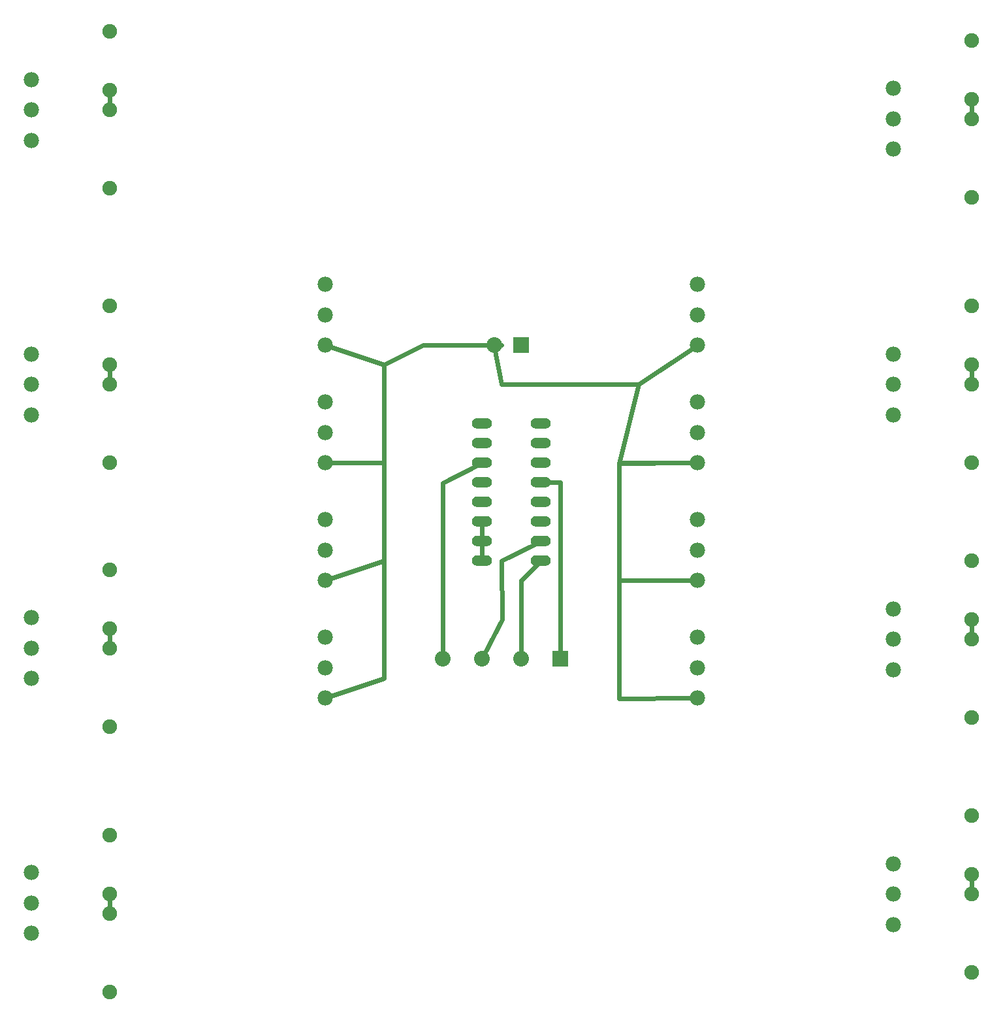
<source format=gbl>
G04 MADE WITH FRITZING*
G04 WWW.FRITZING.ORG*
G04 DOUBLE SIDED*
G04 HOLES PLATED*
G04 CONTOUR ON CENTER OF CONTOUR VECTOR*
%ASAXBY*%
%FSLAX23Y23*%
%MOIN*%
%OFA0B0*%
%SFA1.0B1.0*%
%ADD10C,0.075000*%
%ADD11C,0.078000*%
%ADD12C,0.052000*%
%ADD13C,0.080000*%
%ADD14R,0.080000X0.080000*%
%ADD15C,0.024000*%
%ADD16R,0.001000X0.001000*%
%LNCOPPER0*%
G90*
G70*
G54D10*
X5378Y435D03*
X5378Y835D03*
X5378Y3035D03*
X5378Y3435D03*
X5378Y4391D03*
X5378Y4791D03*
X5378Y1735D03*
X5378Y2135D03*
X978Y3035D03*
X978Y3435D03*
X978Y4435D03*
X978Y4835D03*
X978Y1691D03*
X978Y2091D03*
X978Y335D03*
X978Y735D03*
X5378Y3535D03*
X5378Y3835D03*
X5378Y2235D03*
X5378Y2535D03*
X5378Y935D03*
X5378Y1235D03*
X5378Y4891D03*
X5378Y5191D03*
X978Y2191D03*
X978Y2491D03*
X978Y3535D03*
X978Y3835D03*
X978Y4935D03*
X978Y5235D03*
X978Y835D03*
X978Y1135D03*
G54D11*
X4978Y3591D03*
X4978Y3435D03*
X4978Y3279D03*
X4978Y2291D03*
X4978Y2135D03*
X4978Y1979D03*
X4978Y991D03*
X4978Y835D03*
X4978Y679D03*
X4978Y4947D03*
X4978Y4791D03*
X4978Y4635D03*
X578Y3591D03*
X578Y3435D03*
X578Y3279D03*
X578Y2247D03*
X578Y2091D03*
X578Y1935D03*
X578Y947D03*
X578Y791D03*
X578Y635D03*
X578Y4991D03*
X578Y4835D03*
X578Y4679D03*
G54D12*
X2878Y3235D03*
X2878Y3135D03*
X2878Y3035D03*
X2878Y2935D03*
X2878Y2835D03*
X2878Y2735D03*
X2878Y2635D03*
X2878Y2535D03*
X3178Y2535D03*
X3178Y2635D03*
X3178Y2735D03*
X3178Y2835D03*
X3178Y2935D03*
X3178Y3035D03*
X3178Y3135D03*
X3178Y3235D03*
G54D11*
X2078Y3947D03*
X2078Y3791D03*
X2078Y3635D03*
X2078Y3347D03*
X2078Y3191D03*
X2078Y3035D03*
X2078Y2747D03*
X2078Y2591D03*
X2078Y2435D03*
X2078Y2147D03*
X2078Y1991D03*
X2078Y1835D03*
X3978Y2147D03*
X3978Y1991D03*
X3978Y1835D03*
X3978Y2747D03*
X3978Y2591D03*
X3978Y2435D03*
X3978Y3347D03*
X3978Y3191D03*
X3978Y3035D03*
X3978Y3947D03*
X3978Y3791D03*
X3978Y3635D03*
G54D13*
X3078Y3635D03*
X2940Y3635D03*
X3078Y2035D03*
X2878Y2035D03*
X2678Y2035D03*
X3278Y2035D03*
G54D14*
X3078Y3635D03*
X3278Y2035D03*
G54D15*
X2376Y3537D02*
X2376Y3035D01*
D02*
X2376Y3035D02*
X2108Y3035D01*
D02*
X2106Y3626D02*
X2376Y3537D01*
D02*
X2376Y2537D02*
X2377Y1937D01*
D02*
X2377Y1937D02*
X2106Y1845D01*
D02*
X2106Y2445D02*
X2376Y2537D01*
D02*
X2376Y3035D02*
X2376Y2537D01*
D02*
X2376Y2537D02*
X2106Y2445D01*
D02*
X2108Y3035D02*
X2376Y3035D01*
D02*
X3576Y3035D02*
X3577Y2435D01*
D02*
X3577Y2435D02*
X3948Y2435D01*
D02*
X3948Y3035D02*
X3576Y3035D01*
D02*
X3577Y2435D02*
X3577Y1833D01*
D02*
X3577Y1833D02*
X3948Y1835D01*
D02*
X3948Y2435D02*
X3577Y2435D01*
D02*
X3678Y3435D02*
X3577Y3033D01*
D02*
X3577Y3033D02*
X3948Y3035D01*
D02*
X3953Y3619D02*
X3678Y3435D01*
D02*
X3678Y3435D02*
X3953Y3619D01*
D02*
X2976Y3435D02*
X3678Y3435D01*
D02*
X2945Y3605D02*
X2976Y3435D01*
D02*
X2976Y2537D02*
X3153Y2624D01*
D02*
X2892Y2063D02*
X2979Y2238D01*
D02*
X2979Y2238D02*
X2976Y2537D01*
D02*
X3278Y2937D02*
X3205Y2936D01*
D02*
X3278Y2066D02*
X3278Y2937D01*
D02*
X3078Y2435D02*
X3159Y2516D01*
D02*
X3078Y2066D02*
X3078Y2435D01*
D02*
X2678Y2934D02*
X2854Y3023D01*
D02*
X2678Y2066D02*
X2678Y2934D01*
D02*
X2576Y3635D02*
X2376Y3537D01*
D02*
X2376Y3537D02*
X2106Y3626D01*
D02*
X2909Y3635D02*
X2576Y3635D01*
D02*
X2878Y2608D02*
X2878Y2562D01*
D02*
X2878Y2708D02*
X2878Y2662D01*
D02*
X2578Y3636D02*
X2977Y3636D01*
D02*
X2378Y3535D02*
X2578Y3636D01*
D02*
X2378Y3034D02*
X2378Y3535D01*
D02*
X2378Y2537D02*
X2378Y3034D01*
D02*
X2106Y2445D02*
X2378Y2537D01*
D02*
X978Y3464D02*
X978Y3507D01*
D02*
X5378Y3464D02*
X5378Y3507D01*
D02*
X5378Y2164D02*
X5378Y2207D01*
D02*
X5378Y4820D02*
X5378Y4863D01*
D02*
X978Y4864D02*
X978Y4907D01*
D02*
X978Y764D02*
X978Y807D01*
D02*
X978Y2120D02*
X978Y2163D01*
D02*
X5378Y864D02*
X5378Y907D01*
G54D16*
X2846Y3262D02*
X2908Y3262D01*
X3146Y3262D02*
X3208Y3262D01*
X2843Y3261D02*
X2911Y3261D01*
X3143Y3261D02*
X3211Y3261D01*
X2840Y3260D02*
X2914Y3260D01*
X3140Y3260D02*
X3214Y3260D01*
X2839Y3259D02*
X2915Y3259D01*
X3138Y3259D02*
X3215Y3259D01*
X2837Y3258D02*
X2917Y3258D01*
X3137Y3258D02*
X3217Y3258D01*
X2836Y3257D02*
X2918Y3257D01*
X3136Y3257D02*
X3218Y3257D01*
X2834Y3256D02*
X2920Y3256D01*
X3134Y3256D02*
X3220Y3256D01*
X2833Y3255D02*
X2921Y3255D01*
X3133Y3255D02*
X3221Y3255D01*
X2832Y3254D02*
X2922Y3254D01*
X3132Y3254D02*
X3222Y3254D01*
X2831Y3253D02*
X2923Y3253D01*
X3131Y3253D02*
X3222Y3253D01*
X2831Y3252D02*
X2872Y3252D01*
X2882Y3252D02*
X2923Y3252D01*
X3131Y3252D02*
X3172Y3252D01*
X3182Y3252D02*
X3223Y3252D01*
X2830Y3251D02*
X2870Y3251D01*
X2884Y3251D02*
X2924Y3251D01*
X3130Y3251D02*
X3170Y3251D01*
X3184Y3251D02*
X3224Y3251D01*
X2829Y3250D02*
X2868Y3250D01*
X2886Y3250D02*
X2925Y3250D01*
X3129Y3250D02*
X3168Y3250D01*
X3186Y3250D02*
X3225Y3250D01*
X2829Y3249D02*
X2867Y3249D01*
X2887Y3249D02*
X2925Y3249D01*
X3129Y3249D02*
X3166Y3249D01*
X3187Y3249D02*
X3225Y3249D01*
X2828Y3248D02*
X2865Y3248D01*
X2889Y3248D02*
X2926Y3248D01*
X3128Y3248D02*
X3165Y3248D01*
X3189Y3248D02*
X3226Y3248D01*
X2828Y3247D02*
X2864Y3247D01*
X2890Y3247D02*
X2926Y3247D01*
X3128Y3247D02*
X3164Y3247D01*
X3190Y3247D02*
X3226Y3247D01*
X2827Y3246D02*
X2864Y3246D01*
X2890Y3246D02*
X2927Y3246D01*
X3127Y3246D02*
X3164Y3246D01*
X3190Y3246D02*
X3227Y3246D01*
X2827Y3245D02*
X2863Y3245D01*
X2891Y3245D02*
X2927Y3245D01*
X3127Y3245D02*
X3163Y3245D01*
X3191Y3245D02*
X3227Y3245D01*
X2827Y3244D02*
X2862Y3244D01*
X2892Y3244D02*
X2927Y3244D01*
X3127Y3244D02*
X3162Y3244D01*
X3192Y3244D02*
X3227Y3244D01*
X2826Y3243D02*
X2862Y3243D01*
X2892Y3243D02*
X2928Y3243D01*
X3126Y3243D02*
X3162Y3243D01*
X3192Y3243D02*
X3228Y3243D01*
X2826Y3242D02*
X2862Y3242D01*
X2892Y3242D02*
X2928Y3242D01*
X3126Y3242D02*
X3161Y3242D01*
X3192Y3242D02*
X3228Y3242D01*
X2826Y3241D02*
X2861Y3241D01*
X2893Y3241D02*
X2928Y3241D01*
X3126Y3241D02*
X3161Y3241D01*
X3193Y3241D02*
X3228Y3241D01*
X2826Y3240D02*
X2861Y3240D01*
X2893Y3240D02*
X2928Y3240D01*
X3126Y3240D02*
X3161Y3240D01*
X3193Y3240D02*
X3228Y3240D01*
X2826Y3239D02*
X2861Y3239D01*
X2893Y3239D02*
X2928Y3239D01*
X3126Y3239D02*
X3161Y3239D01*
X3193Y3239D02*
X3228Y3239D01*
X2826Y3238D02*
X2861Y3238D01*
X2893Y3238D02*
X2928Y3238D01*
X3126Y3238D02*
X3161Y3238D01*
X3193Y3238D02*
X3228Y3238D01*
X2826Y3237D02*
X2861Y3237D01*
X2893Y3237D02*
X2928Y3237D01*
X3125Y3237D02*
X3161Y3237D01*
X3193Y3237D02*
X3228Y3237D01*
X2826Y3236D02*
X2861Y3236D01*
X2893Y3236D02*
X2928Y3236D01*
X3126Y3236D02*
X3161Y3236D01*
X3193Y3236D02*
X3228Y3236D01*
X2826Y3235D02*
X2861Y3235D01*
X2893Y3235D02*
X2928Y3235D01*
X3126Y3235D02*
X3161Y3235D01*
X3193Y3235D02*
X3228Y3235D01*
X2826Y3234D02*
X2861Y3234D01*
X2893Y3234D02*
X2928Y3234D01*
X3126Y3234D02*
X3161Y3234D01*
X3193Y3234D02*
X3228Y3234D01*
X2826Y3233D02*
X2861Y3233D01*
X2893Y3233D02*
X2928Y3233D01*
X3126Y3233D02*
X3161Y3233D01*
X3193Y3233D02*
X3228Y3233D01*
X2826Y3232D02*
X2861Y3232D01*
X2893Y3232D02*
X2928Y3232D01*
X3126Y3232D02*
X3161Y3232D01*
X3193Y3232D02*
X3228Y3232D01*
X2826Y3231D02*
X2862Y3231D01*
X2892Y3231D02*
X2928Y3231D01*
X3126Y3231D02*
X3162Y3231D01*
X3192Y3231D02*
X3228Y3231D01*
X2826Y3230D02*
X2862Y3230D01*
X2892Y3230D02*
X2928Y3230D01*
X3126Y3230D02*
X3162Y3230D01*
X3192Y3230D02*
X3228Y3230D01*
X2827Y3229D02*
X2863Y3229D01*
X2891Y3229D02*
X2927Y3229D01*
X3127Y3229D02*
X3162Y3229D01*
X3191Y3229D02*
X3227Y3229D01*
X2827Y3228D02*
X2863Y3228D01*
X2891Y3228D02*
X2927Y3228D01*
X3127Y3228D02*
X3163Y3228D01*
X3191Y3228D02*
X3227Y3228D01*
X2827Y3227D02*
X2864Y3227D01*
X2890Y3227D02*
X2927Y3227D01*
X3127Y3227D02*
X3164Y3227D01*
X3190Y3227D02*
X3227Y3227D01*
X2828Y3226D02*
X2865Y3226D01*
X2889Y3226D02*
X2926Y3226D01*
X3128Y3226D02*
X3165Y3226D01*
X3189Y3226D02*
X3226Y3226D01*
X2828Y3225D02*
X2866Y3225D01*
X2888Y3225D02*
X2926Y3225D01*
X3128Y3225D02*
X3166Y3225D01*
X3188Y3225D02*
X3226Y3225D01*
X2829Y3224D02*
X2867Y3224D01*
X2887Y3224D02*
X2925Y3224D01*
X3129Y3224D02*
X3167Y3224D01*
X3187Y3224D02*
X3225Y3224D01*
X2829Y3223D02*
X2868Y3223D01*
X2886Y3223D02*
X2925Y3223D01*
X3129Y3223D02*
X3168Y3223D01*
X3186Y3223D02*
X3225Y3223D01*
X2830Y3222D02*
X2870Y3222D01*
X2884Y3222D02*
X2924Y3222D01*
X3130Y3222D02*
X3170Y3222D01*
X3184Y3222D02*
X3224Y3222D01*
X2831Y3221D02*
X2873Y3221D01*
X2881Y3221D02*
X2923Y3221D01*
X3131Y3221D02*
X3173Y3221D01*
X3181Y3221D02*
X3223Y3221D01*
X2832Y3220D02*
X2922Y3220D01*
X3132Y3220D02*
X3222Y3220D01*
X2832Y3219D02*
X2922Y3219D01*
X3132Y3219D02*
X3222Y3219D01*
X2833Y3218D02*
X2921Y3218D01*
X3133Y3218D02*
X3221Y3218D01*
X2835Y3217D02*
X2919Y3217D01*
X3135Y3217D02*
X3219Y3217D01*
X2836Y3216D02*
X2918Y3216D01*
X3136Y3216D02*
X3218Y3216D01*
X2837Y3215D02*
X2917Y3215D01*
X3137Y3215D02*
X3217Y3215D01*
X2839Y3214D02*
X2915Y3214D01*
X3139Y3214D02*
X3215Y3214D01*
X2841Y3213D02*
X2913Y3213D01*
X3141Y3213D02*
X3213Y3213D01*
X2843Y3212D02*
X2911Y3212D01*
X3143Y3212D02*
X3211Y3212D01*
X2847Y3211D02*
X2907Y3211D01*
X3147Y3211D02*
X3207Y3211D01*
X2846Y3162D02*
X2908Y3162D01*
X3146Y3162D02*
X3208Y3162D01*
X2843Y3161D02*
X2911Y3161D01*
X3143Y3161D02*
X3211Y3161D01*
X2840Y3160D02*
X2914Y3160D01*
X3140Y3160D02*
X3214Y3160D01*
X2838Y3159D02*
X2916Y3159D01*
X3138Y3159D02*
X3215Y3159D01*
X2837Y3158D02*
X2917Y3158D01*
X3137Y3158D02*
X3217Y3158D01*
X2836Y3157D02*
X2918Y3157D01*
X3136Y3157D02*
X3218Y3157D01*
X2834Y3156D02*
X2920Y3156D01*
X3134Y3156D02*
X3220Y3156D01*
X2833Y3155D02*
X2921Y3155D01*
X3133Y3155D02*
X3221Y3155D01*
X2832Y3154D02*
X2922Y3154D01*
X3132Y3154D02*
X3222Y3154D01*
X2831Y3153D02*
X2923Y3153D01*
X3131Y3153D02*
X3223Y3153D01*
X2831Y3152D02*
X2872Y3152D01*
X2882Y3152D02*
X2923Y3152D01*
X3131Y3152D02*
X3172Y3152D01*
X3182Y3152D02*
X3223Y3152D01*
X2830Y3151D02*
X2870Y3151D01*
X2884Y3151D02*
X2924Y3151D01*
X3130Y3151D02*
X3170Y3151D01*
X3184Y3151D02*
X3224Y3151D01*
X2829Y3150D02*
X2868Y3150D01*
X2886Y3150D02*
X2925Y3150D01*
X3129Y3150D02*
X3168Y3150D01*
X3186Y3150D02*
X3225Y3150D01*
X2829Y3149D02*
X2866Y3149D01*
X2888Y3149D02*
X2925Y3149D01*
X3129Y3149D02*
X3166Y3149D01*
X3187Y3149D02*
X3225Y3149D01*
X2828Y3148D02*
X2865Y3148D01*
X2889Y3148D02*
X2926Y3148D01*
X3128Y3148D02*
X3165Y3148D01*
X3189Y3148D02*
X3226Y3148D01*
X2828Y3147D02*
X2864Y3147D01*
X2890Y3147D02*
X2926Y3147D01*
X3128Y3147D02*
X3164Y3147D01*
X3190Y3147D02*
X3226Y3147D01*
X2827Y3146D02*
X2864Y3146D01*
X2890Y3146D02*
X2927Y3146D01*
X3127Y3146D02*
X3164Y3146D01*
X3190Y3146D02*
X3227Y3146D01*
X2827Y3145D02*
X2863Y3145D01*
X2891Y3145D02*
X2927Y3145D01*
X3127Y3145D02*
X3163Y3145D01*
X3191Y3145D02*
X3227Y3145D01*
X2827Y3144D02*
X2862Y3144D01*
X2892Y3144D02*
X2927Y3144D01*
X3127Y3144D02*
X3162Y3144D01*
X3192Y3144D02*
X3227Y3144D01*
X2826Y3143D02*
X2862Y3143D01*
X2892Y3143D02*
X2928Y3143D01*
X3126Y3143D02*
X3162Y3143D01*
X3192Y3143D02*
X3228Y3143D01*
X2826Y3142D02*
X2862Y3142D01*
X2893Y3142D02*
X2928Y3142D01*
X3126Y3142D02*
X3161Y3142D01*
X3192Y3142D02*
X3228Y3142D01*
X2826Y3141D02*
X2861Y3141D01*
X2893Y3141D02*
X2928Y3141D01*
X3126Y3141D02*
X3161Y3141D01*
X3193Y3141D02*
X3228Y3141D01*
X2826Y3140D02*
X2861Y3140D01*
X2893Y3140D02*
X2928Y3140D01*
X3126Y3140D02*
X3161Y3140D01*
X3193Y3140D02*
X3228Y3140D01*
X2826Y3139D02*
X2861Y3139D01*
X2893Y3139D02*
X2928Y3139D01*
X3126Y3139D02*
X3161Y3139D01*
X3193Y3139D02*
X3228Y3139D01*
X2826Y3138D02*
X2861Y3138D01*
X2893Y3138D02*
X2928Y3138D01*
X3126Y3138D02*
X3161Y3138D01*
X3193Y3138D02*
X3228Y3138D01*
X2826Y3137D02*
X2861Y3137D01*
X2893Y3137D02*
X2928Y3137D01*
X3125Y3137D02*
X3161Y3137D01*
X3193Y3137D02*
X3228Y3137D01*
X2826Y3136D02*
X2861Y3136D01*
X2893Y3136D02*
X2928Y3136D01*
X3126Y3136D02*
X3161Y3136D01*
X3193Y3136D02*
X3228Y3136D01*
X2826Y3135D02*
X2861Y3135D01*
X2893Y3135D02*
X2928Y3135D01*
X3126Y3135D02*
X3161Y3135D01*
X3193Y3135D02*
X3228Y3135D01*
X2826Y3134D02*
X2861Y3134D01*
X2893Y3134D02*
X2928Y3134D01*
X3126Y3134D02*
X3161Y3134D01*
X3193Y3134D02*
X3228Y3134D01*
X2826Y3133D02*
X2861Y3133D01*
X2893Y3133D02*
X2928Y3133D01*
X3126Y3133D02*
X3161Y3133D01*
X3193Y3133D02*
X3228Y3133D01*
X2826Y3132D02*
X2861Y3132D01*
X2893Y3132D02*
X2928Y3132D01*
X3126Y3132D02*
X3161Y3132D01*
X3193Y3132D02*
X3228Y3132D01*
X2826Y3131D02*
X2862Y3131D01*
X2892Y3131D02*
X2928Y3131D01*
X3126Y3131D02*
X3162Y3131D01*
X3192Y3131D02*
X3228Y3131D01*
X2826Y3130D02*
X2862Y3130D01*
X2892Y3130D02*
X2928Y3130D01*
X3126Y3130D02*
X3162Y3130D01*
X3192Y3130D02*
X3228Y3130D01*
X2827Y3129D02*
X2863Y3129D01*
X2891Y3129D02*
X2927Y3129D01*
X3127Y3129D02*
X3162Y3129D01*
X3191Y3129D02*
X3227Y3129D01*
X2827Y3128D02*
X2863Y3128D01*
X2891Y3128D02*
X2927Y3128D01*
X3127Y3128D02*
X3163Y3128D01*
X3191Y3128D02*
X3227Y3128D01*
X2827Y3127D02*
X2864Y3127D01*
X2890Y3127D02*
X2927Y3127D01*
X3127Y3127D02*
X3164Y3127D01*
X3190Y3127D02*
X3227Y3127D01*
X2828Y3126D02*
X2865Y3126D01*
X2889Y3126D02*
X2926Y3126D01*
X3128Y3126D02*
X3165Y3126D01*
X3189Y3126D02*
X3226Y3126D01*
X2828Y3125D02*
X2866Y3125D01*
X2888Y3125D02*
X2926Y3125D01*
X3128Y3125D02*
X3166Y3125D01*
X3188Y3125D02*
X3226Y3125D01*
X2829Y3124D02*
X2867Y3124D01*
X2887Y3124D02*
X2925Y3124D01*
X3129Y3124D02*
X3167Y3124D01*
X3187Y3124D02*
X3225Y3124D01*
X2829Y3123D02*
X2868Y3123D01*
X2886Y3123D02*
X2925Y3123D01*
X3129Y3123D02*
X3168Y3123D01*
X3186Y3123D02*
X3225Y3123D01*
X2830Y3122D02*
X2870Y3122D01*
X2884Y3122D02*
X2924Y3122D01*
X3130Y3122D02*
X3170Y3122D01*
X3184Y3122D02*
X3224Y3122D01*
X2831Y3121D02*
X2873Y3121D01*
X2881Y3121D02*
X2923Y3121D01*
X3131Y3121D02*
X3173Y3121D01*
X3181Y3121D02*
X3223Y3121D01*
X2832Y3120D02*
X2922Y3120D01*
X3132Y3120D02*
X3222Y3120D01*
X2832Y3119D02*
X2922Y3119D01*
X3132Y3119D02*
X3222Y3119D01*
X2833Y3118D02*
X2921Y3118D01*
X3133Y3118D02*
X3221Y3118D01*
X2835Y3117D02*
X2919Y3117D01*
X3135Y3117D02*
X3219Y3117D01*
X2836Y3116D02*
X2918Y3116D01*
X3136Y3116D02*
X3218Y3116D01*
X2837Y3115D02*
X2917Y3115D01*
X3137Y3115D02*
X3217Y3115D01*
X2839Y3114D02*
X2915Y3114D01*
X3139Y3114D02*
X3215Y3114D01*
X2841Y3113D02*
X2913Y3113D01*
X3141Y3113D02*
X3213Y3113D01*
X2843Y3112D02*
X2911Y3112D01*
X3143Y3112D02*
X3211Y3112D01*
X2847Y3111D02*
X2907Y3111D01*
X3147Y3111D02*
X3207Y3111D01*
X2846Y3062D02*
X2908Y3062D01*
X3146Y3062D02*
X3208Y3062D01*
X2843Y3061D02*
X2911Y3061D01*
X3142Y3061D02*
X3211Y3061D01*
X2840Y3060D02*
X2914Y3060D01*
X3140Y3060D02*
X3214Y3060D01*
X2838Y3059D02*
X2916Y3059D01*
X3138Y3059D02*
X3216Y3059D01*
X2837Y3058D02*
X2917Y3058D01*
X3137Y3058D02*
X3217Y3058D01*
X2836Y3057D02*
X2918Y3057D01*
X3136Y3057D02*
X3218Y3057D01*
X2834Y3056D02*
X2920Y3056D01*
X3134Y3056D02*
X3220Y3056D01*
X2833Y3055D02*
X2921Y3055D01*
X3133Y3055D02*
X3221Y3055D01*
X2832Y3054D02*
X2922Y3054D01*
X3132Y3054D02*
X3222Y3054D01*
X2831Y3053D02*
X2923Y3053D01*
X3131Y3053D02*
X3223Y3053D01*
X2831Y3052D02*
X2872Y3052D01*
X2882Y3052D02*
X2923Y3052D01*
X3131Y3052D02*
X3172Y3052D01*
X3182Y3052D02*
X3223Y3052D01*
X2830Y3051D02*
X2870Y3051D01*
X2884Y3051D02*
X2924Y3051D01*
X3130Y3051D02*
X3170Y3051D01*
X3184Y3051D02*
X3224Y3051D01*
X2829Y3050D02*
X2868Y3050D01*
X2886Y3050D02*
X2925Y3050D01*
X3129Y3050D02*
X3168Y3050D01*
X3186Y3050D02*
X3225Y3050D01*
X2829Y3049D02*
X2866Y3049D01*
X2888Y3049D02*
X2925Y3049D01*
X3129Y3049D02*
X3166Y3049D01*
X3187Y3049D02*
X3225Y3049D01*
X2828Y3048D02*
X2865Y3048D01*
X2889Y3048D02*
X2926Y3048D01*
X3128Y3048D02*
X3165Y3048D01*
X3189Y3048D02*
X3226Y3048D01*
X2828Y3047D02*
X2864Y3047D01*
X2890Y3047D02*
X2926Y3047D01*
X3128Y3047D02*
X3164Y3047D01*
X3190Y3047D02*
X3226Y3047D01*
X2827Y3046D02*
X2864Y3046D01*
X2890Y3046D02*
X2927Y3046D01*
X3127Y3046D02*
X3164Y3046D01*
X3190Y3046D02*
X3227Y3046D01*
X2827Y3045D02*
X2863Y3045D01*
X2891Y3045D02*
X2927Y3045D01*
X3127Y3045D02*
X3163Y3045D01*
X3191Y3045D02*
X3227Y3045D01*
X2827Y3044D02*
X2862Y3044D01*
X2892Y3044D02*
X2927Y3044D01*
X3127Y3044D02*
X3162Y3044D01*
X3192Y3044D02*
X3227Y3044D01*
X2826Y3043D02*
X2862Y3043D01*
X2892Y3043D02*
X2928Y3043D01*
X3126Y3043D02*
X3162Y3043D01*
X3192Y3043D02*
X3228Y3043D01*
X2826Y3042D02*
X2862Y3042D01*
X2893Y3042D02*
X2928Y3042D01*
X3126Y3042D02*
X3161Y3042D01*
X3192Y3042D02*
X3228Y3042D01*
X2826Y3041D02*
X2861Y3041D01*
X2893Y3041D02*
X2928Y3041D01*
X3126Y3041D02*
X3161Y3041D01*
X3193Y3041D02*
X3228Y3041D01*
X2826Y3040D02*
X2861Y3040D01*
X2893Y3040D02*
X2928Y3040D01*
X3126Y3040D02*
X3161Y3040D01*
X3193Y3040D02*
X3228Y3040D01*
X2826Y3039D02*
X2861Y3039D01*
X2893Y3039D02*
X2928Y3039D01*
X3126Y3039D02*
X3161Y3039D01*
X3193Y3039D02*
X3228Y3039D01*
X2826Y3038D02*
X2861Y3038D01*
X2893Y3038D02*
X2928Y3038D01*
X3126Y3038D02*
X3161Y3038D01*
X3193Y3038D02*
X3228Y3038D01*
X2826Y3037D02*
X2861Y3037D01*
X2893Y3037D02*
X2928Y3037D01*
X3125Y3037D02*
X3161Y3037D01*
X3193Y3037D02*
X3228Y3037D01*
X2826Y3036D02*
X2861Y3036D01*
X2893Y3036D02*
X2928Y3036D01*
X3126Y3036D02*
X3161Y3036D01*
X3193Y3036D02*
X3228Y3036D01*
X2826Y3035D02*
X2861Y3035D01*
X2893Y3035D02*
X2928Y3035D01*
X3126Y3035D02*
X3161Y3035D01*
X3193Y3035D02*
X3228Y3035D01*
X2826Y3034D02*
X2861Y3034D01*
X2893Y3034D02*
X2928Y3034D01*
X3126Y3034D02*
X3161Y3034D01*
X3193Y3034D02*
X3228Y3034D01*
X2826Y3033D02*
X2861Y3033D01*
X2893Y3033D02*
X2928Y3033D01*
X3126Y3033D02*
X3161Y3033D01*
X3193Y3033D02*
X3228Y3033D01*
X2826Y3032D02*
X2861Y3032D01*
X2893Y3032D02*
X2928Y3032D01*
X3126Y3032D02*
X3161Y3032D01*
X3193Y3032D02*
X3228Y3032D01*
X2826Y3031D02*
X2862Y3031D01*
X2892Y3031D02*
X2928Y3031D01*
X3126Y3031D02*
X3162Y3031D01*
X3192Y3031D02*
X3228Y3031D01*
X2826Y3030D02*
X2862Y3030D01*
X2892Y3030D02*
X2928Y3030D01*
X3126Y3030D02*
X3162Y3030D01*
X3192Y3030D02*
X3228Y3030D01*
X2827Y3029D02*
X2863Y3029D01*
X2891Y3029D02*
X2927Y3029D01*
X3127Y3029D02*
X3162Y3029D01*
X3191Y3029D02*
X3227Y3029D01*
X2827Y3028D02*
X2863Y3028D01*
X2891Y3028D02*
X2927Y3028D01*
X3127Y3028D02*
X3163Y3028D01*
X3191Y3028D02*
X3227Y3028D01*
X2827Y3027D02*
X2864Y3027D01*
X2890Y3027D02*
X2927Y3027D01*
X3127Y3027D02*
X3164Y3027D01*
X3190Y3027D02*
X3227Y3027D01*
X2828Y3026D02*
X2865Y3026D01*
X2889Y3026D02*
X2926Y3026D01*
X3128Y3026D02*
X3165Y3026D01*
X3189Y3026D02*
X3226Y3026D01*
X2828Y3025D02*
X2866Y3025D01*
X2888Y3025D02*
X2926Y3025D01*
X3128Y3025D02*
X3166Y3025D01*
X3188Y3025D02*
X3226Y3025D01*
X2829Y3024D02*
X2867Y3024D01*
X2887Y3024D02*
X2925Y3024D01*
X3129Y3024D02*
X3167Y3024D01*
X3187Y3024D02*
X3225Y3024D01*
X2829Y3023D02*
X2868Y3023D01*
X2886Y3023D02*
X2925Y3023D01*
X3129Y3023D02*
X3168Y3023D01*
X3186Y3023D02*
X3225Y3023D01*
X2830Y3022D02*
X2870Y3022D01*
X2884Y3022D02*
X2924Y3022D01*
X3130Y3022D02*
X3170Y3022D01*
X3184Y3022D02*
X3224Y3022D01*
X2831Y3021D02*
X2873Y3021D01*
X2881Y3021D02*
X2923Y3021D01*
X3131Y3021D02*
X3173Y3021D01*
X3181Y3021D02*
X3223Y3021D01*
X2832Y3020D02*
X2922Y3020D01*
X3132Y3020D02*
X3222Y3020D01*
X2832Y3019D02*
X2922Y3019D01*
X3132Y3019D02*
X3221Y3019D01*
X2833Y3018D02*
X2921Y3018D01*
X3133Y3018D02*
X3221Y3018D01*
X2835Y3017D02*
X2919Y3017D01*
X3135Y3017D02*
X3219Y3017D01*
X2836Y3016D02*
X2918Y3016D01*
X3136Y3016D02*
X3218Y3016D01*
X2837Y3015D02*
X2917Y3015D01*
X3137Y3015D02*
X3217Y3015D01*
X2839Y3014D02*
X2915Y3014D01*
X3139Y3014D02*
X3215Y3014D01*
X2841Y3013D02*
X2913Y3013D01*
X3141Y3013D02*
X3213Y3013D01*
X2843Y3012D02*
X2911Y3012D01*
X3143Y3012D02*
X3211Y3012D01*
X2847Y3011D02*
X2907Y3011D01*
X3147Y3011D02*
X3207Y3011D01*
X2846Y2962D02*
X2908Y2962D01*
X3146Y2962D02*
X3208Y2962D01*
X2843Y2961D02*
X2911Y2961D01*
X3142Y2961D02*
X3211Y2961D01*
X2840Y2960D02*
X2914Y2960D01*
X3140Y2960D02*
X3214Y2960D01*
X2838Y2959D02*
X2916Y2959D01*
X3138Y2959D02*
X3216Y2959D01*
X2837Y2958D02*
X2917Y2958D01*
X3137Y2958D02*
X3217Y2958D01*
X2836Y2957D02*
X2918Y2957D01*
X3135Y2957D02*
X3218Y2957D01*
X2834Y2956D02*
X2920Y2956D01*
X3134Y2956D02*
X3220Y2956D01*
X2833Y2955D02*
X2921Y2955D01*
X3133Y2955D02*
X3221Y2955D01*
X2832Y2954D02*
X2922Y2954D01*
X3132Y2954D02*
X3222Y2954D01*
X2831Y2953D02*
X2923Y2953D01*
X3131Y2953D02*
X3223Y2953D01*
X2831Y2952D02*
X2872Y2952D01*
X2882Y2952D02*
X2923Y2952D01*
X3131Y2952D02*
X3172Y2952D01*
X3182Y2952D02*
X3223Y2952D01*
X2830Y2951D02*
X2870Y2951D01*
X2884Y2951D02*
X2924Y2951D01*
X3130Y2951D02*
X3170Y2951D01*
X3184Y2951D02*
X3224Y2951D01*
X2829Y2950D02*
X2868Y2950D01*
X2886Y2950D02*
X2925Y2950D01*
X3129Y2950D02*
X3168Y2950D01*
X3186Y2950D02*
X3225Y2950D01*
X2829Y2949D02*
X2866Y2949D01*
X2888Y2949D02*
X2925Y2949D01*
X3129Y2949D02*
X3166Y2949D01*
X3187Y2949D02*
X3225Y2949D01*
X2828Y2948D02*
X2865Y2948D01*
X2889Y2948D02*
X2926Y2948D01*
X3128Y2948D02*
X3165Y2948D01*
X3189Y2948D02*
X3226Y2948D01*
X2828Y2947D02*
X2864Y2947D01*
X2890Y2947D02*
X2926Y2947D01*
X3128Y2947D02*
X3164Y2947D01*
X3190Y2947D02*
X3226Y2947D01*
X2827Y2946D02*
X2864Y2946D01*
X2890Y2946D02*
X2927Y2946D01*
X3127Y2946D02*
X3164Y2946D01*
X3190Y2946D02*
X3227Y2946D01*
X2827Y2945D02*
X2863Y2945D01*
X2891Y2945D02*
X2927Y2945D01*
X3127Y2945D02*
X3163Y2945D01*
X3191Y2945D02*
X3227Y2945D01*
X2827Y2944D02*
X2862Y2944D01*
X2892Y2944D02*
X2927Y2944D01*
X3127Y2944D02*
X3162Y2944D01*
X3192Y2944D02*
X3227Y2944D01*
X2826Y2943D02*
X2862Y2943D01*
X2892Y2943D02*
X2928Y2943D01*
X3126Y2943D02*
X3162Y2943D01*
X3192Y2943D02*
X3228Y2943D01*
X2826Y2942D02*
X2861Y2942D01*
X2893Y2942D02*
X2928Y2942D01*
X3126Y2942D02*
X3161Y2942D01*
X3192Y2942D02*
X3228Y2942D01*
X2826Y2941D02*
X2861Y2941D01*
X2893Y2941D02*
X2928Y2941D01*
X3126Y2941D02*
X3161Y2941D01*
X3193Y2941D02*
X3228Y2941D01*
X2826Y2940D02*
X2861Y2940D01*
X2893Y2940D02*
X2928Y2940D01*
X3126Y2940D02*
X3161Y2940D01*
X3193Y2940D02*
X3228Y2940D01*
X2826Y2939D02*
X2861Y2939D01*
X2893Y2939D02*
X2928Y2939D01*
X3126Y2939D02*
X3161Y2939D01*
X3193Y2939D02*
X3228Y2939D01*
X2826Y2938D02*
X2861Y2938D01*
X2893Y2938D02*
X2928Y2938D01*
X3126Y2938D02*
X3161Y2938D01*
X3193Y2938D02*
X3228Y2938D01*
X2826Y2937D02*
X2861Y2937D01*
X2893Y2937D02*
X2928Y2937D01*
X3125Y2937D02*
X3161Y2937D01*
X3193Y2937D02*
X3228Y2937D01*
X2826Y2936D02*
X2861Y2936D01*
X2893Y2936D02*
X2928Y2936D01*
X3126Y2936D02*
X3161Y2936D01*
X3193Y2936D02*
X3228Y2936D01*
X2826Y2935D02*
X2861Y2935D01*
X2893Y2935D02*
X2928Y2935D01*
X3126Y2935D02*
X3161Y2935D01*
X3193Y2935D02*
X3228Y2935D01*
X2826Y2934D02*
X2861Y2934D01*
X2893Y2934D02*
X2928Y2934D01*
X3126Y2934D02*
X3161Y2934D01*
X3193Y2934D02*
X3228Y2934D01*
X2826Y2933D02*
X2861Y2933D01*
X2893Y2933D02*
X2928Y2933D01*
X3126Y2933D02*
X3161Y2933D01*
X3193Y2933D02*
X3228Y2933D01*
X2826Y2932D02*
X2861Y2932D01*
X2893Y2932D02*
X2928Y2932D01*
X3126Y2932D02*
X3161Y2932D01*
X3193Y2932D02*
X3228Y2932D01*
X2826Y2931D02*
X2862Y2931D01*
X2892Y2931D02*
X2928Y2931D01*
X3126Y2931D02*
X3162Y2931D01*
X3192Y2931D02*
X3228Y2931D01*
X2826Y2930D02*
X2862Y2930D01*
X2892Y2930D02*
X2928Y2930D01*
X3126Y2930D02*
X3162Y2930D01*
X3192Y2930D02*
X3228Y2930D01*
X2827Y2929D02*
X2863Y2929D01*
X2891Y2929D02*
X2927Y2929D01*
X3127Y2929D02*
X3162Y2929D01*
X3191Y2929D02*
X3227Y2929D01*
X2827Y2928D02*
X2863Y2928D01*
X2891Y2928D02*
X2927Y2928D01*
X3127Y2928D02*
X3163Y2928D01*
X3191Y2928D02*
X3227Y2928D01*
X2827Y2927D02*
X2864Y2927D01*
X2890Y2927D02*
X2927Y2927D01*
X3127Y2927D02*
X3164Y2927D01*
X3190Y2927D02*
X3227Y2927D01*
X2828Y2926D02*
X2865Y2926D01*
X2889Y2926D02*
X2926Y2926D01*
X3128Y2926D02*
X3165Y2926D01*
X3189Y2926D02*
X3226Y2926D01*
X2828Y2925D02*
X2866Y2925D01*
X2888Y2925D02*
X2926Y2925D01*
X3128Y2925D02*
X3166Y2925D01*
X3188Y2925D02*
X3226Y2925D01*
X2829Y2924D02*
X2867Y2924D01*
X2887Y2924D02*
X2925Y2924D01*
X3129Y2924D02*
X3167Y2924D01*
X3187Y2924D02*
X3225Y2924D01*
X2829Y2923D02*
X2868Y2923D01*
X2886Y2923D02*
X2925Y2923D01*
X3129Y2923D02*
X3168Y2923D01*
X3186Y2923D02*
X3225Y2923D01*
X2830Y2922D02*
X2870Y2922D01*
X2884Y2922D02*
X2924Y2922D01*
X3130Y2922D02*
X3170Y2922D01*
X3184Y2922D02*
X3224Y2922D01*
X2831Y2921D02*
X2873Y2921D01*
X2881Y2921D02*
X2923Y2921D01*
X3131Y2921D02*
X3173Y2921D01*
X3181Y2921D02*
X3223Y2921D01*
X2832Y2920D02*
X2922Y2920D01*
X3132Y2920D02*
X3222Y2920D01*
X2833Y2919D02*
X2921Y2919D01*
X3132Y2919D02*
X3221Y2919D01*
X2833Y2918D02*
X2921Y2918D01*
X3133Y2918D02*
X3221Y2918D01*
X2835Y2917D02*
X2919Y2917D01*
X3135Y2917D02*
X3219Y2917D01*
X2836Y2916D02*
X2918Y2916D01*
X3136Y2916D02*
X3218Y2916D01*
X2837Y2915D02*
X2917Y2915D01*
X3137Y2915D02*
X3217Y2915D01*
X2839Y2914D02*
X2915Y2914D01*
X3139Y2914D02*
X3215Y2914D01*
X2841Y2913D02*
X2913Y2913D01*
X3141Y2913D02*
X3213Y2913D01*
X2843Y2912D02*
X2911Y2912D01*
X3143Y2912D02*
X3211Y2912D01*
X2847Y2911D02*
X2907Y2911D01*
X3147Y2911D02*
X3207Y2911D01*
X2846Y2862D02*
X2908Y2862D01*
X3146Y2862D02*
X3208Y2862D01*
X2842Y2861D02*
X2912Y2861D01*
X3142Y2861D02*
X3211Y2861D01*
X2840Y2860D02*
X2914Y2860D01*
X3140Y2860D02*
X3214Y2860D01*
X2838Y2859D02*
X2916Y2859D01*
X3138Y2859D02*
X3216Y2859D01*
X2837Y2858D02*
X2917Y2858D01*
X3137Y2858D02*
X3217Y2858D01*
X2836Y2857D02*
X2918Y2857D01*
X3135Y2857D02*
X3218Y2857D01*
X2834Y2856D02*
X2920Y2856D01*
X3134Y2856D02*
X3220Y2856D01*
X2833Y2855D02*
X2921Y2855D01*
X3133Y2855D02*
X3221Y2855D01*
X2832Y2854D02*
X2922Y2854D01*
X3132Y2854D02*
X3222Y2854D01*
X2831Y2853D02*
X2923Y2853D01*
X3131Y2853D02*
X3223Y2853D01*
X2831Y2852D02*
X2872Y2852D01*
X2882Y2852D02*
X2923Y2852D01*
X3131Y2852D02*
X3172Y2852D01*
X3182Y2852D02*
X3223Y2852D01*
X2830Y2851D02*
X2870Y2851D01*
X2884Y2851D02*
X2924Y2851D01*
X3130Y2851D02*
X3170Y2851D01*
X3184Y2851D02*
X3224Y2851D01*
X2829Y2850D02*
X2868Y2850D01*
X2886Y2850D02*
X2925Y2850D01*
X3129Y2850D02*
X3168Y2850D01*
X3186Y2850D02*
X3225Y2850D01*
X2829Y2849D02*
X2866Y2849D01*
X2888Y2849D02*
X2925Y2849D01*
X3129Y2849D02*
X3166Y2849D01*
X3188Y2849D02*
X3225Y2849D01*
X2828Y2848D02*
X2865Y2848D01*
X2889Y2848D02*
X2926Y2848D01*
X3128Y2848D02*
X3165Y2848D01*
X3189Y2848D02*
X3226Y2848D01*
X2828Y2847D02*
X2864Y2847D01*
X2890Y2847D02*
X2926Y2847D01*
X3128Y2847D02*
X3164Y2847D01*
X3190Y2847D02*
X3226Y2847D01*
X2827Y2846D02*
X2864Y2846D01*
X2890Y2846D02*
X2927Y2846D01*
X3127Y2846D02*
X3164Y2846D01*
X3190Y2846D02*
X3227Y2846D01*
X2827Y2845D02*
X2863Y2845D01*
X2891Y2845D02*
X2927Y2845D01*
X3127Y2845D02*
X3163Y2845D01*
X3191Y2845D02*
X3227Y2845D01*
X2827Y2844D02*
X2862Y2844D01*
X2892Y2844D02*
X2927Y2844D01*
X3127Y2844D02*
X3162Y2844D01*
X3192Y2844D02*
X3227Y2844D01*
X2826Y2843D02*
X2862Y2843D01*
X2892Y2843D02*
X2928Y2843D01*
X3126Y2843D02*
X3162Y2843D01*
X3192Y2843D02*
X3228Y2843D01*
X2826Y2842D02*
X2861Y2842D01*
X2893Y2842D02*
X2928Y2842D01*
X3126Y2842D02*
X3161Y2842D01*
X3192Y2842D02*
X3228Y2842D01*
X2826Y2841D02*
X2861Y2841D01*
X2893Y2841D02*
X2928Y2841D01*
X3126Y2841D02*
X3161Y2841D01*
X3193Y2841D02*
X3228Y2841D01*
X2826Y2840D02*
X2861Y2840D01*
X2893Y2840D02*
X2928Y2840D01*
X3126Y2840D02*
X3161Y2840D01*
X3193Y2840D02*
X3228Y2840D01*
X2826Y2839D02*
X2861Y2839D01*
X2893Y2839D02*
X2928Y2839D01*
X3126Y2839D02*
X3161Y2839D01*
X3193Y2839D02*
X3228Y2839D01*
X2826Y2838D02*
X2861Y2838D01*
X2893Y2838D02*
X2928Y2838D01*
X3126Y2838D02*
X3161Y2838D01*
X3193Y2838D02*
X3228Y2838D01*
X2826Y2837D02*
X2861Y2837D01*
X2893Y2837D02*
X2928Y2837D01*
X3125Y2837D02*
X3161Y2837D01*
X3193Y2837D02*
X3228Y2837D01*
X2826Y2836D02*
X2861Y2836D01*
X2893Y2836D02*
X2928Y2836D01*
X3126Y2836D02*
X3161Y2836D01*
X3193Y2836D02*
X3228Y2836D01*
X2826Y2835D02*
X2861Y2835D01*
X2893Y2835D02*
X2928Y2835D01*
X3126Y2835D02*
X3161Y2835D01*
X3193Y2835D02*
X3228Y2835D01*
X2826Y2834D02*
X2861Y2834D01*
X2893Y2834D02*
X2928Y2834D01*
X3126Y2834D02*
X3161Y2834D01*
X3193Y2834D02*
X3228Y2834D01*
X2826Y2833D02*
X2861Y2833D01*
X2893Y2833D02*
X2928Y2833D01*
X3126Y2833D02*
X3161Y2833D01*
X3193Y2833D02*
X3228Y2833D01*
X2826Y2832D02*
X2861Y2832D01*
X2893Y2832D02*
X2928Y2832D01*
X3126Y2832D02*
X3161Y2832D01*
X3193Y2832D02*
X3228Y2832D01*
X2826Y2831D02*
X2862Y2831D01*
X2892Y2831D02*
X2928Y2831D01*
X3126Y2831D02*
X3162Y2831D01*
X3192Y2831D02*
X3228Y2831D01*
X2826Y2830D02*
X2862Y2830D01*
X2892Y2830D02*
X2928Y2830D01*
X3126Y2830D02*
X3162Y2830D01*
X3192Y2830D02*
X3228Y2830D01*
X2827Y2829D02*
X2863Y2829D01*
X2891Y2829D02*
X2927Y2829D01*
X3127Y2829D02*
X3162Y2829D01*
X3191Y2829D02*
X3227Y2829D01*
X2827Y2828D02*
X2863Y2828D01*
X2891Y2828D02*
X2927Y2828D01*
X3127Y2828D02*
X3163Y2828D01*
X3191Y2828D02*
X3227Y2828D01*
X2827Y2827D02*
X2864Y2827D01*
X2890Y2827D02*
X2927Y2827D01*
X3127Y2827D02*
X3164Y2827D01*
X3190Y2827D02*
X3227Y2827D01*
X2828Y2826D02*
X2865Y2826D01*
X2889Y2826D02*
X2926Y2826D01*
X3128Y2826D02*
X3165Y2826D01*
X3189Y2826D02*
X3226Y2826D01*
X2828Y2825D02*
X2866Y2825D01*
X2888Y2825D02*
X2926Y2825D01*
X3128Y2825D02*
X3166Y2825D01*
X3188Y2825D02*
X3226Y2825D01*
X2829Y2824D02*
X2867Y2824D01*
X2887Y2824D02*
X2925Y2824D01*
X3129Y2824D02*
X3167Y2824D01*
X3187Y2824D02*
X3225Y2824D01*
X2829Y2823D02*
X2868Y2823D01*
X2886Y2823D02*
X2925Y2823D01*
X3129Y2823D02*
X3168Y2823D01*
X3186Y2823D02*
X3225Y2823D01*
X2830Y2822D02*
X2870Y2822D01*
X2884Y2822D02*
X2924Y2822D01*
X3130Y2822D02*
X3170Y2822D01*
X3184Y2822D02*
X3224Y2822D01*
X2831Y2821D02*
X2873Y2821D01*
X2881Y2821D02*
X2923Y2821D01*
X3131Y2821D02*
X3173Y2821D01*
X3181Y2821D02*
X3223Y2821D01*
X2832Y2820D02*
X2922Y2820D01*
X3132Y2820D02*
X3222Y2820D01*
X2833Y2819D02*
X2921Y2819D01*
X3132Y2819D02*
X3221Y2819D01*
X2833Y2818D02*
X2921Y2818D01*
X3133Y2818D02*
X3221Y2818D01*
X2835Y2817D02*
X2919Y2817D01*
X3135Y2817D02*
X3219Y2817D01*
X2836Y2816D02*
X2918Y2816D01*
X3136Y2816D02*
X3218Y2816D01*
X2837Y2815D02*
X2917Y2815D01*
X3137Y2815D02*
X3217Y2815D01*
X2839Y2814D02*
X2915Y2814D01*
X3139Y2814D02*
X3215Y2814D01*
X2841Y2813D02*
X2913Y2813D01*
X3141Y2813D02*
X3213Y2813D01*
X2843Y2812D02*
X2911Y2812D01*
X3143Y2812D02*
X3211Y2812D01*
X2847Y2811D02*
X2907Y2811D01*
X3147Y2811D02*
X3207Y2811D01*
X2846Y2762D02*
X2908Y2762D01*
X3146Y2762D02*
X3208Y2762D01*
X2842Y2761D02*
X2912Y2761D01*
X3142Y2761D02*
X3211Y2761D01*
X2840Y2760D02*
X2914Y2760D01*
X3140Y2760D02*
X3214Y2760D01*
X2838Y2759D02*
X2916Y2759D01*
X3138Y2759D02*
X3216Y2759D01*
X2837Y2758D02*
X2917Y2758D01*
X3137Y2758D02*
X3217Y2758D01*
X2836Y2757D02*
X2918Y2757D01*
X3135Y2757D02*
X3218Y2757D01*
X2834Y2756D02*
X2920Y2756D01*
X3134Y2756D02*
X3220Y2756D01*
X2833Y2755D02*
X2921Y2755D01*
X3133Y2755D02*
X3221Y2755D01*
X2832Y2754D02*
X2922Y2754D01*
X3132Y2754D02*
X3222Y2754D01*
X2831Y2753D02*
X2923Y2753D01*
X3131Y2753D02*
X3223Y2753D01*
X2831Y2752D02*
X2872Y2752D01*
X2882Y2752D02*
X2923Y2752D01*
X3131Y2752D02*
X3172Y2752D01*
X3182Y2752D02*
X3223Y2752D01*
X2830Y2751D02*
X2870Y2751D01*
X2884Y2751D02*
X2924Y2751D01*
X3130Y2751D02*
X3170Y2751D01*
X3184Y2751D02*
X3224Y2751D01*
X2829Y2750D02*
X2868Y2750D01*
X2886Y2750D02*
X2925Y2750D01*
X3129Y2750D02*
X3168Y2750D01*
X3186Y2750D02*
X3225Y2750D01*
X2829Y2749D02*
X2866Y2749D01*
X2888Y2749D02*
X2925Y2749D01*
X3129Y2749D02*
X3166Y2749D01*
X3188Y2749D02*
X3225Y2749D01*
X2828Y2748D02*
X2865Y2748D01*
X2889Y2748D02*
X2926Y2748D01*
X3128Y2748D02*
X3165Y2748D01*
X3189Y2748D02*
X3226Y2748D01*
X2828Y2747D02*
X2864Y2747D01*
X2890Y2747D02*
X2926Y2747D01*
X3128Y2747D02*
X3164Y2747D01*
X3190Y2747D02*
X3226Y2747D01*
X2827Y2746D02*
X2864Y2746D01*
X2890Y2746D02*
X2927Y2746D01*
X3127Y2746D02*
X3164Y2746D01*
X3190Y2746D02*
X3227Y2746D01*
X2827Y2745D02*
X2863Y2745D01*
X2891Y2745D02*
X2927Y2745D01*
X3127Y2745D02*
X3163Y2745D01*
X3191Y2745D02*
X3227Y2745D01*
X2827Y2744D02*
X2862Y2744D01*
X2892Y2744D02*
X2927Y2744D01*
X3127Y2744D02*
X3162Y2744D01*
X3192Y2744D02*
X3227Y2744D01*
X2826Y2743D02*
X2862Y2743D01*
X2892Y2743D02*
X2928Y2743D01*
X3126Y2743D02*
X3162Y2743D01*
X3192Y2743D02*
X3228Y2743D01*
X2826Y2742D02*
X2861Y2742D01*
X2893Y2742D02*
X2928Y2742D01*
X3126Y2742D02*
X3161Y2742D01*
X3192Y2742D02*
X3228Y2742D01*
X2826Y2741D02*
X2861Y2741D01*
X2893Y2741D02*
X2928Y2741D01*
X3126Y2741D02*
X3161Y2741D01*
X3193Y2741D02*
X3228Y2741D01*
X2826Y2740D02*
X2861Y2740D01*
X2893Y2740D02*
X2928Y2740D01*
X3126Y2740D02*
X3161Y2740D01*
X3193Y2740D02*
X3228Y2740D01*
X2826Y2739D02*
X2861Y2739D01*
X2893Y2739D02*
X2928Y2739D01*
X3126Y2739D02*
X3161Y2739D01*
X3193Y2739D02*
X3228Y2739D01*
X2826Y2738D02*
X2861Y2738D01*
X2893Y2738D02*
X2928Y2738D01*
X3126Y2738D02*
X3161Y2738D01*
X3193Y2738D02*
X3228Y2738D01*
X2826Y2737D02*
X2861Y2737D01*
X2893Y2737D02*
X2928Y2737D01*
X3125Y2737D02*
X3161Y2737D01*
X3193Y2737D02*
X3228Y2737D01*
X2826Y2736D02*
X2861Y2736D01*
X2893Y2736D02*
X2928Y2736D01*
X3126Y2736D02*
X3161Y2736D01*
X3193Y2736D02*
X3228Y2736D01*
X2826Y2735D02*
X2861Y2735D01*
X2893Y2735D02*
X2928Y2735D01*
X3126Y2735D02*
X3161Y2735D01*
X3193Y2735D02*
X3228Y2735D01*
X2826Y2734D02*
X2861Y2734D01*
X2893Y2734D02*
X2928Y2734D01*
X3126Y2734D02*
X3161Y2734D01*
X3193Y2734D02*
X3228Y2734D01*
X2826Y2733D02*
X2861Y2733D01*
X2893Y2733D02*
X2928Y2733D01*
X3126Y2733D02*
X3161Y2733D01*
X3193Y2733D02*
X3228Y2733D01*
X2826Y2732D02*
X2861Y2732D01*
X2893Y2732D02*
X2928Y2732D01*
X3126Y2732D02*
X3161Y2732D01*
X3193Y2732D02*
X3228Y2732D01*
X2826Y2731D02*
X2862Y2731D01*
X2892Y2731D02*
X2928Y2731D01*
X3126Y2731D02*
X3162Y2731D01*
X3192Y2731D02*
X3228Y2731D01*
X2826Y2730D02*
X2862Y2730D01*
X2892Y2730D02*
X2928Y2730D01*
X3126Y2730D02*
X3162Y2730D01*
X3192Y2730D02*
X3228Y2730D01*
X2827Y2729D02*
X2863Y2729D01*
X2891Y2729D02*
X2927Y2729D01*
X3127Y2729D02*
X3163Y2729D01*
X3191Y2729D02*
X3227Y2729D01*
X2827Y2728D02*
X2863Y2728D01*
X2891Y2728D02*
X2927Y2728D01*
X3127Y2728D02*
X3163Y2728D01*
X3191Y2728D02*
X3227Y2728D01*
X2827Y2727D02*
X2864Y2727D01*
X2890Y2727D02*
X2927Y2727D01*
X3127Y2727D02*
X3164Y2727D01*
X3190Y2727D02*
X3227Y2727D01*
X2828Y2726D02*
X2865Y2726D01*
X2889Y2726D02*
X2926Y2726D01*
X3128Y2726D02*
X3165Y2726D01*
X3189Y2726D02*
X3226Y2726D01*
X2828Y2725D02*
X2866Y2725D01*
X2888Y2725D02*
X2926Y2725D01*
X3128Y2725D02*
X3166Y2725D01*
X3188Y2725D02*
X3226Y2725D01*
X2829Y2724D02*
X2867Y2724D01*
X2887Y2724D02*
X2925Y2724D01*
X3129Y2724D02*
X3167Y2724D01*
X3187Y2724D02*
X3225Y2724D01*
X2829Y2723D02*
X2868Y2723D01*
X2886Y2723D02*
X2925Y2723D01*
X3129Y2723D02*
X3168Y2723D01*
X3186Y2723D02*
X3225Y2723D01*
X2830Y2722D02*
X2870Y2722D01*
X2884Y2722D02*
X2924Y2722D01*
X3130Y2722D02*
X3170Y2722D01*
X3184Y2722D02*
X3224Y2722D01*
X2831Y2721D02*
X2873Y2721D01*
X2881Y2721D02*
X2923Y2721D01*
X3131Y2721D02*
X3173Y2721D01*
X3181Y2721D02*
X3223Y2721D01*
X2832Y2720D02*
X2922Y2720D01*
X3132Y2720D02*
X3222Y2720D01*
X2833Y2719D02*
X2921Y2719D01*
X3132Y2719D02*
X3221Y2719D01*
X2833Y2718D02*
X2921Y2718D01*
X3133Y2718D02*
X3221Y2718D01*
X2835Y2717D02*
X2919Y2717D01*
X3135Y2717D02*
X3219Y2717D01*
X2836Y2716D02*
X2918Y2716D01*
X3136Y2716D02*
X3218Y2716D01*
X2837Y2715D02*
X2917Y2715D01*
X3137Y2715D02*
X3217Y2715D01*
X2839Y2714D02*
X2915Y2714D01*
X3139Y2714D02*
X3215Y2714D01*
X2841Y2713D02*
X2913Y2713D01*
X3141Y2713D02*
X3213Y2713D01*
X2843Y2712D02*
X2911Y2712D01*
X3143Y2712D02*
X3211Y2712D01*
X2847Y2711D02*
X2907Y2711D01*
X3147Y2711D02*
X3207Y2711D01*
X2846Y2662D02*
X2908Y2662D01*
X3146Y2662D02*
X3208Y2662D01*
X2842Y2661D02*
X2912Y2661D01*
X3142Y2661D02*
X3212Y2661D01*
X2840Y2660D02*
X2914Y2660D01*
X3140Y2660D02*
X3214Y2660D01*
X2838Y2659D02*
X2916Y2659D01*
X3138Y2659D02*
X3216Y2659D01*
X2837Y2658D02*
X2917Y2658D01*
X3137Y2658D02*
X3217Y2658D01*
X2836Y2657D02*
X2918Y2657D01*
X3135Y2657D02*
X3218Y2657D01*
X2834Y2656D02*
X2920Y2656D01*
X3134Y2656D02*
X3220Y2656D01*
X2833Y2655D02*
X2921Y2655D01*
X3133Y2655D02*
X3221Y2655D01*
X2832Y2654D02*
X2922Y2654D01*
X3132Y2654D02*
X3222Y2654D01*
X2831Y2653D02*
X2923Y2653D01*
X3131Y2653D02*
X3223Y2653D01*
X2831Y2652D02*
X2872Y2652D01*
X2882Y2652D02*
X2923Y2652D01*
X3131Y2652D02*
X3172Y2652D01*
X3182Y2652D02*
X3223Y2652D01*
X2830Y2651D02*
X2870Y2651D01*
X2884Y2651D02*
X2924Y2651D01*
X3130Y2651D02*
X3170Y2651D01*
X3184Y2651D02*
X3224Y2651D01*
X2829Y2650D02*
X2868Y2650D01*
X2886Y2650D02*
X2925Y2650D01*
X3129Y2650D02*
X3168Y2650D01*
X3186Y2650D02*
X3225Y2650D01*
X2829Y2649D02*
X2866Y2649D01*
X2888Y2649D02*
X2925Y2649D01*
X3129Y2649D02*
X3166Y2649D01*
X3188Y2649D02*
X3225Y2649D01*
X2828Y2648D02*
X2865Y2648D01*
X2889Y2648D02*
X2926Y2648D01*
X3128Y2648D02*
X3165Y2648D01*
X3189Y2648D02*
X3226Y2648D01*
X2828Y2647D02*
X2864Y2647D01*
X2890Y2647D02*
X2926Y2647D01*
X3128Y2647D02*
X3164Y2647D01*
X3190Y2647D02*
X3226Y2647D01*
X2827Y2646D02*
X2864Y2646D01*
X2890Y2646D02*
X2927Y2646D01*
X3127Y2646D02*
X3164Y2646D01*
X3190Y2646D02*
X3227Y2646D01*
X2827Y2645D02*
X2863Y2645D01*
X2891Y2645D02*
X2927Y2645D01*
X3127Y2645D02*
X3163Y2645D01*
X3191Y2645D02*
X3227Y2645D01*
X2827Y2644D02*
X2862Y2644D01*
X2892Y2644D02*
X2927Y2644D01*
X3127Y2644D02*
X3162Y2644D01*
X3192Y2644D02*
X3227Y2644D01*
X2826Y2643D02*
X2862Y2643D01*
X2892Y2643D02*
X2928Y2643D01*
X3126Y2643D02*
X3162Y2643D01*
X3192Y2643D02*
X3228Y2643D01*
X2826Y2642D02*
X2861Y2642D01*
X2893Y2642D02*
X2928Y2642D01*
X3126Y2642D02*
X3161Y2642D01*
X3192Y2642D02*
X3228Y2642D01*
X2826Y2641D02*
X2861Y2641D01*
X2893Y2641D02*
X2928Y2641D01*
X3126Y2641D02*
X3161Y2641D01*
X3193Y2641D02*
X3228Y2641D01*
X2826Y2640D02*
X2861Y2640D01*
X2893Y2640D02*
X2928Y2640D01*
X3126Y2640D02*
X3161Y2640D01*
X3193Y2640D02*
X3228Y2640D01*
X2826Y2639D02*
X2861Y2639D01*
X2893Y2639D02*
X2928Y2639D01*
X3126Y2639D02*
X3161Y2639D01*
X3193Y2639D02*
X3228Y2639D01*
X2826Y2638D02*
X2861Y2638D01*
X2893Y2638D02*
X2928Y2638D01*
X3126Y2638D02*
X3161Y2638D01*
X3193Y2638D02*
X3228Y2638D01*
X2826Y2637D02*
X2861Y2637D01*
X2893Y2637D02*
X2928Y2637D01*
X3125Y2637D02*
X3161Y2637D01*
X3193Y2637D02*
X3228Y2637D01*
X2826Y2636D02*
X2861Y2636D01*
X2893Y2636D02*
X2928Y2636D01*
X3126Y2636D02*
X3161Y2636D01*
X3193Y2636D02*
X3228Y2636D01*
X2826Y2635D02*
X2861Y2635D01*
X2893Y2635D02*
X2928Y2635D01*
X3126Y2635D02*
X3161Y2635D01*
X3193Y2635D02*
X3228Y2635D01*
X2826Y2634D02*
X2861Y2634D01*
X2893Y2634D02*
X2928Y2634D01*
X3126Y2634D02*
X3161Y2634D01*
X3193Y2634D02*
X3228Y2634D01*
X2826Y2633D02*
X2861Y2633D01*
X2893Y2633D02*
X2928Y2633D01*
X3126Y2633D02*
X3161Y2633D01*
X3193Y2633D02*
X3228Y2633D01*
X2826Y2632D02*
X2861Y2632D01*
X2893Y2632D02*
X2928Y2632D01*
X3126Y2632D02*
X3161Y2632D01*
X3193Y2632D02*
X3228Y2632D01*
X2826Y2631D02*
X2862Y2631D01*
X2892Y2631D02*
X2928Y2631D01*
X3126Y2631D02*
X3162Y2631D01*
X3192Y2631D02*
X3228Y2631D01*
X2826Y2630D02*
X2862Y2630D01*
X2892Y2630D02*
X2928Y2630D01*
X3126Y2630D02*
X3162Y2630D01*
X3192Y2630D02*
X3228Y2630D01*
X2827Y2629D02*
X2863Y2629D01*
X2891Y2629D02*
X2927Y2629D01*
X3127Y2629D02*
X3163Y2629D01*
X3191Y2629D02*
X3227Y2629D01*
X2827Y2628D02*
X2863Y2628D01*
X2891Y2628D02*
X2927Y2628D01*
X3127Y2628D02*
X3163Y2628D01*
X3191Y2628D02*
X3227Y2628D01*
X2827Y2627D02*
X2864Y2627D01*
X2890Y2627D02*
X2927Y2627D01*
X3127Y2627D02*
X3164Y2627D01*
X3190Y2627D02*
X3227Y2627D01*
X2828Y2626D02*
X2865Y2626D01*
X2889Y2626D02*
X2926Y2626D01*
X3128Y2626D02*
X3165Y2626D01*
X3189Y2626D02*
X3226Y2626D01*
X2828Y2625D02*
X2866Y2625D01*
X2888Y2625D02*
X2926Y2625D01*
X3128Y2625D02*
X3166Y2625D01*
X3188Y2625D02*
X3226Y2625D01*
X2829Y2624D02*
X2867Y2624D01*
X2887Y2624D02*
X2925Y2624D01*
X3129Y2624D02*
X3167Y2624D01*
X3187Y2624D02*
X3225Y2624D01*
X2829Y2623D02*
X2868Y2623D01*
X2886Y2623D02*
X2925Y2623D01*
X3129Y2623D02*
X3168Y2623D01*
X3186Y2623D02*
X3225Y2623D01*
X2830Y2622D02*
X2870Y2622D01*
X2884Y2622D02*
X2924Y2622D01*
X3130Y2622D02*
X3170Y2622D01*
X3184Y2622D02*
X3224Y2622D01*
X2831Y2621D02*
X2873Y2621D01*
X2881Y2621D02*
X2923Y2621D01*
X3131Y2621D02*
X3173Y2621D01*
X3181Y2621D02*
X3223Y2621D01*
X2832Y2620D02*
X2922Y2620D01*
X3132Y2620D02*
X3222Y2620D01*
X2833Y2619D02*
X2921Y2619D01*
X3132Y2619D02*
X3221Y2619D01*
X2833Y2618D02*
X2921Y2618D01*
X3133Y2618D02*
X3221Y2618D01*
X2835Y2617D02*
X2919Y2617D01*
X3135Y2617D02*
X3219Y2617D01*
X2836Y2616D02*
X2918Y2616D01*
X3136Y2616D02*
X3218Y2616D01*
X2837Y2615D02*
X2917Y2615D01*
X3137Y2615D02*
X3217Y2615D01*
X2839Y2614D02*
X2915Y2614D01*
X3139Y2614D02*
X3215Y2614D01*
X2841Y2613D02*
X2913Y2613D01*
X3141Y2613D02*
X3213Y2613D01*
X2843Y2612D02*
X2911Y2612D01*
X3143Y2612D02*
X3211Y2612D01*
X2847Y2611D02*
X2907Y2611D01*
X3147Y2611D02*
X3207Y2611D01*
X2846Y2562D02*
X2908Y2562D01*
X3146Y2562D02*
X3208Y2562D01*
X2842Y2561D02*
X2912Y2561D01*
X3142Y2561D02*
X3212Y2561D01*
X2840Y2560D02*
X2914Y2560D01*
X3140Y2560D02*
X3214Y2560D01*
X2838Y2559D02*
X2916Y2559D01*
X3138Y2559D02*
X3216Y2559D01*
X2837Y2558D02*
X2917Y2558D01*
X3137Y2558D02*
X3217Y2558D01*
X2835Y2557D02*
X2919Y2557D01*
X3135Y2557D02*
X3218Y2557D01*
X2834Y2556D02*
X2920Y2556D01*
X3134Y2556D02*
X3220Y2556D01*
X2833Y2555D02*
X2921Y2555D01*
X3133Y2555D02*
X3221Y2555D01*
X2832Y2554D02*
X2922Y2554D01*
X3132Y2554D02*
X3222Y2554D01*
X2831Y2553D02*
X2923Y2553D01*
X3131Y2553D02*
X3223Y2553D01*
X2831Y2552D02*
X2872Y2552D01*
X2882Y2552D02*
X2923Y2552D01*
X3131Y2552D02*
X3172Y2552D01*
X3182Y2552D02*
X3223Y2552D01*
X2830Y2551D02*
X2870Y2551D01*
X2884Y2551D02*
X2924Y2551D01*
X3130Y2551D02*
X3170Y2551D01*
X3184Y2551D02*
X3224Y2551D01*
X2829Y2550D02*
X2868Y2550D01*
X2886Y2550D02*
X2925Y2550D01*
X3129Y2550D02*
X3168Y2550D01*
X3186Y2550D02*
X3225Y2550D01*
X2829Y2549D02*
X2866Y2549D01*
X2888Y2549D02*
X2925Y2549D01*
X3129Y2549D02*
X3166Y2549D01*
X3188Y2549D02*
X3225Y2549D01*
X2828Y2548D02*
X2865Y2548D01*
X2889Y2548D02*
X2926Y2548D01*
X3128Y2548D02*
X3165Y2548D01*
X3189Y2548D02*
X3226Y2548D01*
X2828Y2547D02*
X2864Y2547D01*
X2890Y2547D02*
X2926Y2547D01*
X3128Y2547D02*
X3164Y2547D01*
X3190Y2547D02*
X3226Y2547D01*
X2827Y2546D02*
X2864Y2546D01*
X2890Y2546D02*
X2927Y2546D01*
X3127Y2546D02*
X3164Y2546D01*
X3190Y2546D02*
X3227Y2546D01*
X2827Y2545D02*
X2863Y2545D01*
X2891Y2545D02*
X2927Y2545D01*
X3127Y2545D02*
X3163Y2545D01*
X3191Y2545D02*
X3227Y2545D01*
X2827Y2544D02*
X2862Y2544D01*
X2892Y2544D02*
X2927Y2544D01*
X3127Y2544D02*
X3162Y2544D01*
X3192Y2544D02*
X3227Y2544D01*
X2826Y2543D02*
X2862Y2543D01*
X2892Y2543D02*
X2928Y2543D01*
X3126Y2543D02*
X3162Y2543D01*
X3192Y2543D02*
X3228Y2543D01*
X2826Y2542D02*
X2861Y2542D01*
X2893Y2542D02*
X2928Y2542D01*
X3126Y2542D02*
X3161Y2542D01*
X3192Y2542D02*
X3228Y2542D01*
X2826Y2541D02*
X2861Y2541D01*
X2893Y2541D02*
X2928Y2541D01*
X3126Y2541D02*
X3161Y2541D01*
X3193Y2541D02*
X3228Y2541D01*
X2826Y2540D02*
X2861Y2540D01*
X2893Y2540D02*
X2928Y2540D01*
X3126Y2540D02*
X3161Y2540D01*
X3193Y2540D02*
X3228Y2540D01*
X2826Y2539D02*
X2861Y2539D01*
X2893Y2539D02*
X2928Y2539D01*
X3126Y2539D02*
X3161Y2539D01*
X3193Y2539D02*
X3228Y2539D01*
X2826Y2538D02*
X2861Y2538D01*
X2893Y2538D02*
X2928Y2538D01*
X3126Y2538D02*
X3161Y2538D01*
X3193Y2538D02*
X3228Y2538D01*
X2826Y2537D02*
X2861Y2537D01*
X2893Y2537D02*
X2928Y2537D01*
X3125Y2537D02*
X3161Y2537D01*
X3193Y2537D02*
X3228Y2537D01*
X2826Y2536D02*
X2861Y2536D01*
X2893Y2536D02*
X2928Y2536D01*
X3126Y2536D02*
X3161Y2536D01*
X3193Y2536D02*
X3228Y2536D01*
X2826Y2535D02*
X2861Y2535D01*
X2893Y2535D02*
X2928Y2535D01*
X3126Y2535D02*
X3161Y2535D01*
X3193Y2535D02*
X3228Y2535D01*
X2826Y2534D02*
X2861Y2534D01*
X2893Y2534D02*
X2928Y2534D01*
X3126Y2534D02*
X3161Y2534D01*
X3193Y2534D02*
X3228Y2534D01*
X2826Y2533D02*
X2861Y2533D01*
X2893Y2533D02*
X2928Y2533D01*
X3126Y2533D02*
X3161Y2533D01*
X3193Y2533D02*
X3228Y2533D01*
X2826Y2532D02*
X2861Y2532D01*
X2893Y2532D02*
X2928Y2532D01*
X3126Y2532D02*
X3161Y2532D01*
X3193Y2532D02*
X3228Y2532D01*
X2826Y2531D02*
X2862Y2531D01*
X2892Y2531D02*
X2928Y2531D01*
X3126Y2531D02*
X3162Y2531D01*
X3192Y2531D02*
X3228Y2531D01*
X2826Y2530D02*
X2862Y2530D01*
X2892Y2530D02*
X2928Y2530D01*
X3126Y2530D02*
X3162Y2530D01*
X3192Y2530D02*
X3228Y2530D01*
X2827Y2529D02*
X2863Y2529D01*
X2891Y2529D02*
X2927Y2529D01*
X3127Y2529D02*
X3163Y2529D01*
X3191Y2529D02*
X3227Y2529D01*
X2827Y2528D02*
X2863Y2528D01*
X2891Y2528D02*
X2927Y2528D01*
X3127Y2528D02*
X3163Y2528D01*
X3191Y2528D02*
X3227Y2528D01*
X2827Y2527D02*
X2864Y2527D01*
X2890Y2527D02*
X2927Y2527D01*
X3127Y2527D02*
X3164Y2527D01*
X3190Y2527D02*
X3227Y2527D01*
X2828Y2526D02*
X2865Y2526D01*
X2889Y2526D02*
X2926Y2526D01*
X3128Y2526D02*
X3165Y2526D01*
X3189Y2526D02*
X3226Y2526D01*
X2828Y2525D02*
X2866Y2525D01*
X2888Y2525D02*
X2926Y2525D01*
X3128Y2525D02*
X3166Y2525D01*
X3188Y2525D02*
X3226Y2525D01*
X2829Y2524D02*
X2867Y2524D01*
X2887Y2524D02*
X2925Y2524D01*
X3129Y2524D02*
X3167Y2524D01*
X3187Y2524D02*
X3225Y2524D01*
X2829Y2523D02*
X2868Y2523D01*
X2886Y2523D02*
X2925Y2523D01*
X3129Y2523D02*
X3168Y2523D01*
X3186Y2523D02*
X3225Y2523D01*
X2830Y2522D02*
X2870Y2522D01*
X2884Y2522D02*
X2924Y2522D01*
X3130Y2522D02*
X3170Y2522D01*
X3184Y2522D02*
X3224Y2522D01*
X2831Y2521D02*
X2873Y2521D01*
X2881Y2521D02*
X2923Y2521D01*
X3131Y2521D02*
X3173Y2521D01*
X3181Y2521D02*
X3223Y2521D01*
X2832Y2520D02*
X2922Y2520D01*
X3132Y2520D02*
X3222Y2520D01*
X2833Y2519D02*
X2921Y2519D01*
X3132Y2519D02*
X3221Y2519D01*
X2833Y2518D02*
X2921Y2518D01*
X3133Y2518D02*
X3221Y2518D01*
X2835Y2517D02*
X2919Y2517D01*
X3135Y2517D02*
X3219Y2517D01*
X2836Y2516D02*
X2918Y2516D01*
X3136Y2516D02*
X3218Y2516D01*
X2837Y2515D02*
X2917Y2515D01*
X3137Y2515D02*
X3217Y2515D01*
X2839Y2514D02*
X2915Y2514D01*
X3139Y2514D02*
X3215Y2514D01*
X2841Y2513D02*
X2913Y2513D01*
X3141Y2513D02*
X3213Y2513D01*
X2843Y2512D02*
X2911Y2512D01*
X3143Y2512D02*
X3211Y2512D01*
X2847Y2511D02*
X2907Y2511D01*
X3147Y2511D02*
X3206Y2511D01*
D02*
G04 End of Copper0*
M02*
</source>
